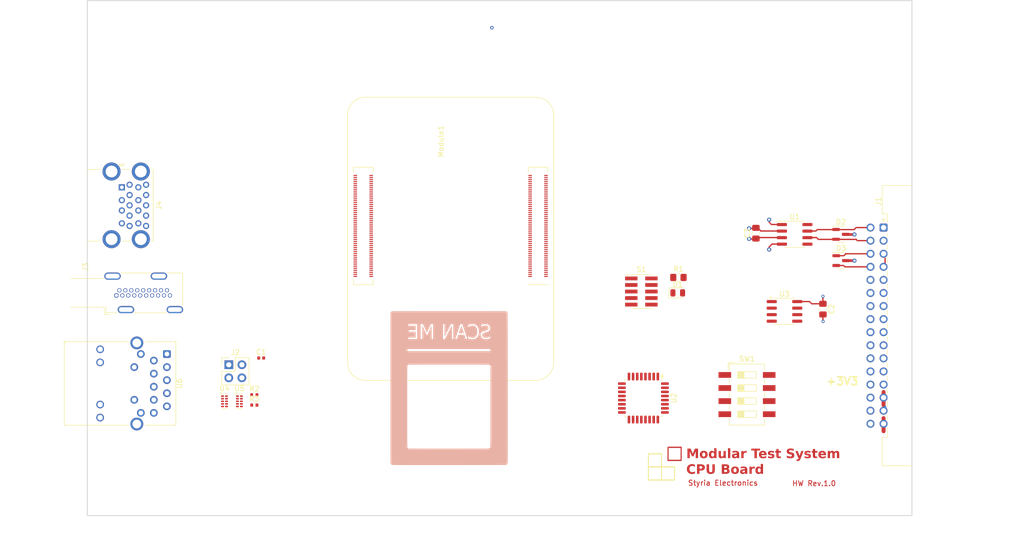
<source format=kicad_pcb>
(kicad_pcb (version 20241229) (generator "pcbnew") (generator_version "9.0")
  (layers (0 "F.Cu" signal) (4 "In1.Cu" power) (6 "In2.Cu" signal) (8 "In3.Cu" power) (10 "In4.Cu" power) (2 "B.Cu" signal) (13 "F.Paste" user) (15 "B.Paste" user) (5 "F.SilkS" user "F.Silkscreen") (7 "B.SilkS" user "B.Silkscreen") (1 "F.Mask" user) (3 "B.Mask" user) (25 "Edge.Cuts" user))
  (net 0 "")
  (net 1 "GND")
  (net 2 "+3V3")
  (net 3 "I2C_BUS_SDA")
  (net 4 "I2C_BUS_CLK")
  (net 5 "a4")
  (net 6 "a9")
  (net 7 "-12V")
  (net 8 "b9")
  (net 9 "+3V3Ext")
  (net 10 "b10")
  (net 11 "a3")
  (net 12 "b7")
  (net 13 "b8")
  (net 14 "a10")
  (net 15 "a2")
  (net 16 "a8")
  (net 17 "a7")
  (net 18 "+12V")
  (net 19 "b6")
  (net 20 "a6")
  (net 21 "b5")
  (net 22 "+5VExt")
  (net 23 "a5")
  (net 24 "SW3")
  (net 25 "SW1")
  (net 26 "SW2")
  (net 27 "SW4")
  (net 30 "CANFD_TX")
  (net 31 "CANFD_RX")
  (net 32 "Net-(D1-A)")
  (net 33 "Net-(D1-K)")
  (net 35 "/Conn/CANH")
  (net 36 "/Conn/CANL")
  (net 37 "/Conn/Triger")
  (net 38 "SWDIO")
  (net 39 "SWO")
  (net 40 "SWCLK")
  (net 42 "NRST")
  (net 44 "/STM32/USART1_RX_STM_CAN")
  (net 45 "/STM32/I2C_BUS_CLK")
  (net 53 "/STM32/USART1_TX_STM_CAN")
  (net 54 "/STM32/I2C_BUS_SDA")
  (net 56 "/STM32/I2C2_CLK_STM_CAN")
  (net 57 "/STM32/I2C2_SDA_STM_CAN")
  (net 59 "/Conn/I2C2_CLK_STM_CAN")
  (net 60 "/Conn/I2C2_SDA_STM_CAN")
  (net 61 "Net-(C1-Pad1)")
  (net 62 "/Ethernet/TR2_TAP")
  (net 63 "/Ethernet/TR1_TAP")
  (net 64 "/Ethernet/TR3_TAP")
  (net 65 "/Ethernet/TR0_TAP")
  (net 66 "Net-(U6-LEDG_K)")
  (net 67 "/Ethernet/ETH_LEDG")
  (net 68 "/Ethernet/ETH_LEDY")
  (net 69 "Net-(U6-LEDY_K)")
  (net 70 "/Ethernet/TRD2_P")
  (net 71 "/Ethernet/TRD3_N")
  (net 72 "/Ethernet/TRD3_P")
  (net 73 "/Ethernet/TRD2_N")
  (net 74 "/Ethernet/TRD0_N")
  (net 75 "/Ethernet/TRD0_P")
  (net 76 "/Ethernet/TRD1_N")
  (net 77 "/Ethernet/TRD1_P")
  (net 78 "/Ethernet/+3.3v")
  (net 299 "Net-(J4A-GND1)")
  (net 300 "Net-(J4A-DRAIN1)")
  (net 301 "Net-(J4A-SSRX1+)")
  (net 302 "Net-(J4A-SSRX1-)")
  (net 303 "Net-(J4A-D1+)")
  (net 304 "Net-(J4A-VBUS1)")
  (net 305 "Net-(J4A-SHIELD)")
  (net 306 "Net-(J4A-SSTX1+)")
  (net 307 "Net-(J4A-SSTX1-)")
  (net 308 "Net-(J4A-D1-)")
  (footprint "Resistor_SMD:R_0402_1005Metric" (layer "F.Cu") (at 116.66 116.29)
    (property "Reference" "R3")
    (property "Value" "470R")
  )
  (footprint "Capacitor_SMD:C_0805_2012Metric_Pad1.18x1.45mm_HandSolder" (layer "F.Cu") (at 226.9825 97.655 -90)
    (property "Reference" "C2")
    (property "Value" "100n")
  )
  (footprint "Connector_DIN:DIN41612_B2_2x16_Male_Horizontal_THT" (layer "F.Cu") (at 238.75 81.82 -90)
    (property "Reference" "J1")
    (property "Value" "DIN41612_02x16_ZB")
  )
  (footprint "Capacitor_SMD:C_0402_1005Metric" (layer "F.Cu") (at 117.99 107.15)
    (property "Reference" "C1")
    (property "Value" "100n")
  )
  (footprint "Connector_USB:USB3_A_Molex_48406-0001_Horizontal_Stacked" (layer "F.Cu") (at 90.96 73.999999 -90)
    (property "Reference" "J4")
    (property "Value" "USB3_A_Stacked")
  )
  (footprint "Resistor_SMD:R_0402_1005Metric" (layer "F.Cu") (at 116.66 114.3)
    (property "Reference" "R2")
    (property "Value" "470R")
  )
  (footprint "Connector_Video:HDMI_A_Kycon_KDMIX-SL1-NS-WS-B15_VerticalRightAngle" (layer "F.Cu") (at 89.8975 95 90)
    (property "Reference" "J3")
    (property "Value" "HDMI_A_1.4")
  )
  (footprint "Package_TO_SOT_SMD:SOT-23" (layer "F.Cu") (at 230.5 88.235)
    (property "Reference" "D3")
    (property "Value" "PESD2CANFD24V-T")
  )
  (footprint "CM4IO:Raspberry-Pi-4-Compute-Module" (layer "F.Cu") (at 171.25 60 180)
    (property "Reference" "Module1")
    (property "Value" "ComputeModule4-CM4")
  )
  (footprint "Resistor_SMD:R_0805_2012Metric_Pad1.20x1.40mm_HandSolder" (layer "F.Cu") (at 198.9425 91.505)
    (property "Reference" "R1")
    (property "Value" "680R")
  )
  (footprint "Package_SO:SOIC-8_3.9x4.9mm_P1.27mm" (layer "F.Cu") (at 219.525 98.095)
    (property "Reference" "U3")
    (property "Value" "24LC32")
  )
  (footprint "Connector_PinHeader_2.54mm:PinHeader_2x02_P2.54mm_Vertical" (layer "F.Cu") (at 111.71 108.46)
    (property "Reference" "J2")
    (property "Value" "THD-02-R")
  )
  (footprint "Package_SO:SOIC-8_3.9x4.9mm_P1.27mm" (layer "F.Cu") (at 221.5 83.135)
    (property "Reference" "U1")
    (property "Value" "TCAN337GDR")
  )
  (footprint "Package_SON:USON-10_2.5x1.0mm_P0.5mm" (layer "F.Cu") (at 113.77 115.555)
    (property "Reference" "U5")
    (property "Value" "TPD4EUSB30")
  )
  (footprint "MountingHole:MountingHole_2.7mm_M2.5_DIN965" (layer "F.Cu") (at 87.214 43.3234)
    (property "Reference" "MH1" (hide yes))
    (property "Value" "MountingHole_2.7mm_M2.5_DIN965" (hide yes))
  )
  (footprint "LED_SMD:LED_0805_2012Metric" (layer "F.Cu") (at 198.8125 94.5)
    (property "Reference" "D1")
    (property "Value" "Led1")
  )
  (footprint "CM4IO:TRJG0926HENL" (layer "F.Cu") (at 90.81 112.09 -90)
    (property "Reference" "U6")
    (property "Value" "MagJack-A70-112-331N126")
  )
  (footprint "Connector_PinHeader_1.27mm:PinHeader_2x05_P1.27mm_Vertical_SMD" (layer "F.Cu") (at 191.7525 94.235)
    (property "Reference" "S1")
    (property "Value" "SWD")
  )
  (footprint "Capacitor_SMD:C_0805_2012Metric_Pad1.18x1.45mm_HandSolder" (layer "F.Cu") (at 213.98 82.9125 90)
    (property "Reference" "C3")
    (property "Value" "100n")
  )
  (footprint "Package_SON:USON-10_2.5x1.0mm_P0.5mm" (layer "F.Cu") (at 110.875 115.555)
    (property "Reference" "U4")
    (property "Value" "TPD4EUSB30")
  )
  (footprint "MountingHole:MountingHole_2.7mm_M2.5_DIN965" (layer "F.Cu") (at 87.2 132.2)
    (property "Reference" "MH3" (hide yes))
    (property "Value" "MountingHole_2.7mm_M2.5_DIN965" (hide yes))
  )
  (footprint "Button_Switch_SMD:SW_DIP_SPSTx04_Slide_6.7x11.72mm_W8.61mm_P2.54mm_LowProfile" (layer "F.Cu") (at 212.25 114.25)
    (property "Reference" "SW1")
    (property "Value" "SW_DIP_x04")
  )
  (footprint "Package_TO_SOT_SMD:SOT-23" (layer "F.Cu") (at 230.4625 83.135)
    (property "Reference" "D2")
    (property "Value" "PESD2CANFD24V-T")
  )
  (footprint "Package_QFP:LQFP-32_7x7mm_P0.8mm" (layer "F.Cu") (at 192.15 114.925 -90)
    (property "Reference" "U2")
    (property "Value" "STM32G431K6Tx")
  )
  (footprint "LOGO" (layer "B.Cu") (at 154.5 113 180)
    (property "Reference" "QR Code" (hide yes))
    (property "Value" "LOGO" (hide yes))
  )
  (footprint "LOGO" (layer "B.Cu") (at 154.5 113 180)
    (property "Reference" "QR Code" (hide yes))
    (property "Value" "LOGO" (hide yes))
  )
  (gr_line (start 199.499 124.443) (end 196.959 124.443) (stroke (width 0.1524)) (layer "F.Cu"))
  (gr_line (start 196.909 127.083) (end 199.449 127.083) (stroke (width 0.1524)) (layer "F.Cu"))
  (gr_line (start 199.449 124.543) (end 196.909 124.543) (stroke (width 0.1524)) (layer "F.Cu"))
  (gr_line (start 196.959 124.443) (end 196.959 126.983) (stroke (width 0.1524)) (layer "F.Cu"))
  (gr_line (start 196.909 124.543) (end 196.909 127.083) (stroke (width 0.1524)) (layer "F.Cu"))
  (gr_line (start 199.499 126.983) (end 199.499 124.443) (stroke (width 0.1524)) (layer "F.Cu"))
  (gr_line (start 199.449 127.083) (end 199.449 124.543) (stroke (width 0.1524)) (layer "F.Cu"))
  (gr_line (start 196.959 126.983) (end 199.499 126.983) (stroke (width 0.1524)) (layer "F.Cu"))
  (gr_line (start 195.688 125.71) (end 195.688 130.79) (stroke (width 0.1524)) (layer "F.SilkS"))
  (gr_line (start 193.098 130.89) (end 193.098 125.81) (stroke (width 0.1524)) (layer "F.SilkS"))
  (gr_line (start 198.228 130.79) (end 193.148 130.79) (stroke (width 0.1524)) (layer "F.SilkS"))
  (gr_line (start 193.148 128.25) (end 198.228 128.25) (stroke (width 0.1524)) (layer "F.SilkS"))
  (gr_line (start 198.178 130.89) (end 193.098 130.89) (stroke (width 0.1524)) (layer "F.SilkS"))
  (gr_line (start 198.228 128.25) (end 198.228 130.79) (stroke (width 0.1524)) (layer "F.SilkS"))
  (gr_line (start 193.148 125.71) (end 195.688 125.71) (stroke (width 0.1524)) (layer "F.SilkS"))
  (gr_line (start 193.098 125.81) (end 195.638 125.81) (stroke (width 0.1524)) (layer "F.SilkS"))
  (gr_line (start 193.098 128.35) (end 198.178 128.35) (stroke (width 0.1524)) (layer "F.SilkS"))
  (gr_line (start 195.638 125.81) (end 195.638 130.89) (stroke (width 0.1524)) (layer "F.SilkS"))
  (gr_line (start 193.148 130.79) (end 193.148 125.71) (stroke (width 0.1524)) (layer "F.SilkS"))
  (gr_line (start 198.178 128.35) (end 198.178 130.89) (stroke (width 0.1524)) (layer "F.SilkS"))
  (gr_rect (start 84.25 37.75) (end 244.25 137.75) (stroke (width 0.15)) (fill no) (layer "Edge.Cuts"))
  (gr_text "Styria Electronics" (at 200.74 132.01 0) (layer "F.Cu") (effects (font (size 1.0128 1.0128) (thickness 0.1524)) (justify left bottom)))
  (gr_text "Modular Test System \nCPU Board\n" (at 200.46 129.95 0) (layer "F.Cu") (effects (font (size 1.8128 1.8128) (thickness 0.1524) (bold yes)) (justify left bottom)))
  (gr_text "HW Rev.1.0\n\n" (at 220.95 133.7 0) (layer "F.Cu") (effects (font (size 1 1)) (justify left bottom)))
  (gr_text "+3V3\n\n" (at 227.5 115 0) (layer "F.SilkS") (effects (font (size 1.524 1.524) (thickness 0.3048) (bold yes)) (justify left bottom)))
  (via (at 162.75 43) (size 0.6858) (drill 0.3302) (layers "F.Cu" "B.Cu") (net 0))
  (segment (start 218.374 82.485) (end 214.942 82.485) (width 0.254) (layer "F.Cu") (net 1))
  (segment (start 226.9825 100.0225) (end 227.01 100.05) (width 0.254) (layer "F.Cu") (net 1))
  (segment (start 214.942 82.485) (end 214.434 81.977) (width 0.254) (layer "F.Cu") (net 1))
  (segment (start 214.434 81.977) (end 212.656 81.977) (width 0.254) (layer "F.Cu") (net 1))
  (segment (start 226.9825 98.6925) (end 226.9825 100.0225) (width 0.254) (layer "F.Cu") (net 1))
  (segment (start 231.2375 83.161) (end 233.094 83.161) (width 0.508) (layer "F.Cu") (net 1))
  (segment (start 231.2375 88.241) (end 233.094 88.241) (width 0.508) (layer "F.Cu") (net 1))
  (via (at 212.656 81.977) (size 0.8) (drill 0.4) (layers "F.Cu" "B.Cu") (net 1))
  (via (at 233.094 88.241) (size 0.8) (drill 0.4) (layers "F.Cu" "B.Cu") (net 1))
  (via (at 227.01 100.05) (size 0.6) (drill 0.3) (layers "F.Cu" "B.Cu") (net 1))
  (via (at 233.094 83.161) (size 0.8) (drill 0.4) (layers "F.Cu" "B.Cu") (net 1))
  (segment (start 226.9825 95.1775) (end 226.99 95.17) (width 0.254) (layer "F.Cu") (net 2))
  (segment (start 214.434 84.052) (end 212.699 84.052) (width 0.254) (layer "F.Cu") (net 2))
  (segment (start 224.38 96.19) (end 222 96.19) (width 0.254) (layer "F.Cu") (net 2))
  (segment (start 214.731 83.755) (end 214.434 84.052) (width 0.254) (layer "F.Cu") (net 2))
  (segment (start 212.699 84.052) (end 212.656 84.009) (width 0.254) (layer "F.Cu") (net 2))
  (segment (start 226.9825 96.6175) (end 224.8075 96.6175) (width 0.254) (layer "F.Cu") (net 2))
  (segment (start 226.9825 96.6175) (end 226.9825 95.1775) (width 0.254) (layer "F.Cu") (net 2))
  (segment (start 218.374 83.755) (end 214.731 83.755) (width 0.254) (layer "F.Cu") (net 2))
  (segment (start 224.8075 96.6175) (end 224.38 96.19) (width 0.254) (layer "F.Cu") (net 2))
  (via (at 226.99 95.17) (size 0.6) (drill 0.3) (layers "F.Cu" "B.Cu") (net 2))
  (via (at 212.656 84.009) (size 0.8) (drill 0.4) (layers "F.Cu" "B.Cu") (net 2))
  (segment (start 231.045 87.285) (end 231.42 86.91) (width 0.254) (layer "F.Cu") (net 3))
  (segment (start 229.5625 87.285) (end 231.045 87.285) (width 0.254) (layer "F.Cu") (net 3))
  (segment (start 231.42 86.91) (end 231.41 86.9) (width 0.254) (layer "F.Cu") (net 3))
  (segment (start 231.41 86.9) (end 236.21 86.9) (width 0.254) (layer "F.Cu") (net 3))
  (segment (start 230.99 89.185) (end 229.5625 89.185) (width 0.254) (layer "F.Cu") (net 4))
  (segment (start 231.245 89.44) (end 230.99 89.185) (width 0.254) (layer "F.Cu") (net 4))
  (segment (start 236.21 89.44) (end 231.245 89.44) (width 0.254) (layer "F.Cu") (net 4))
  (segment (start 239.04 88.75) (end 239.04 87.79) (width 0.25) (layer "F.Cu") (net 5))
  (segment (start 238.75 113.75) (end 238.75 116.29) (width 0.762) (layer "F.Cu") (net 9))
  (segment (start 239.04 116.71) (end 239 116.75) (width 0.508) (layer "B.Cu") (net 9))
  (segment (start 239.04 116.69) (end 239.04 116.71) (width 0.508) (layer "B.Cu") (net 9))
  (segment (start 238.75 118.83) (end 238.75 121.37) (width 0.762) (layer "F.Cu") (net 22))
  (segment (start 216.98 81.215) (end 216.549992 80.784992) (width 0.254) (layer "F.Cu") (net 30))
  (segment (start 218.374 81.215) (end 216.98 81.215) (width 0.254) (layer "F.Cu") (net 30))
  (segment (start 216.549992 80.784992) (end 216.549992 80.285) (width 0.254) (layer "F.Cu") (net 30))
  (via (at 216.549992 80.285) (size 0.8) (drill 0.4) (layers "F.Cu" "B.Cu") (net 30))
  (segment (start 217.11 85.025) (end 216.55 85.585) (width 0.254) (layer "F.Cu") (net 31))
  (segment (start 218.374 85.025) (end 217.11 85.025) (width 0.254) (layer "F.Cu") (net 31))
  (segment (start 216.55 85.585) (end 216.55 86.085) (width 0.254) (layer "F.Cu") (net 31))
  (via (at 216.55 86.085) (size 0.8) (drill 0.4) (layers "F.Cu" "B.Cu") (net 31))
  (segment (start 225.61 82.485) (end 225.884 82.211) (width 0.254) (layer "F.Cu") (net 35))
  (segment (start 233.028 82.211) (end 233.419 81.82) (width 0.254) (layer "F.Cu") (net 35))
  (segment (start 225.884 82.211) (end 233.028 82.211) (width 0.254) (layer "F.Cu") (net 35))
  (segment (start 233.419 81.82) (end 236.21 81.82) (width 0.254) (layer "F.Cu") (net 35))
  (segment (start 223.324 82.485) (end 225.61 82.485) (width 0.254) (layer "F.Cu") (net 35))
  (segment (start 226.106 84.111) (end 233.414 84.111) (width 0.254) (layer "F.Cu") (net 36))
  (segment (start 223.324 83.755) (end 225.75 83.755) (width 0.254) (layer "F.Cu") (net 36))
  (segment (start 225.75 83.755) (end 226.106 84.111) (width 0.254) (layer "F.Cu") (net 36))
  (segment (start 233.663 84.36) (end 236.21 84.36) (width 0.254) (layer "F.Cu") (net 36))
  (segment (start 233.414 84.111) (end 233.663 84.36) (width 0.254) (layer "F.Cu") (net 36))
)
</source>
